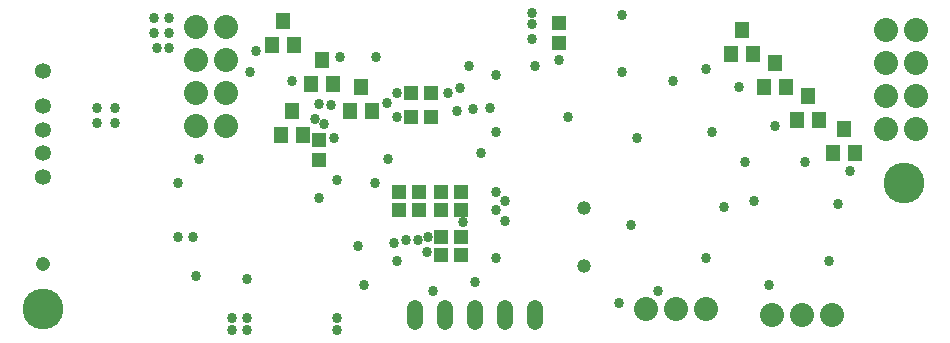
<source format=gbr>
G04 EAGLE Gerber X2 export*
%TF.Part,Single*%
%TF.FileFunction,Soldermask,Bot,1*%
%TF.FilePolarity,Negative*%
%TF.GenerationSoftware,Autodesk,EAGLE,9.1.3*%
%TF.CreationDate,2019-04-01T20:10:06Z*%
G75*
%MOMM*%
%FSLAX34Y34*%
%LPD*%
%AMOC8*
5,1,8,0,0,1.08239X$1,22.5*%
G01*
%ADD10R,1.252400X1.152400*%
%ADD11R,1.152400X1.252400*%
%ADD12C,2.032000*%
%ADD13R,1.152400X1.422400*%
%ADD14C,1.371600*%
%ADD15C,1.208000*%
%ADD16C,1.352400*%
%ADD17C,1.182400*%
%ADD18C,3.454400*%
%ADD19C,0.858000*%


D10*
X386960Y73660D03*
X369960Y73660D03*
D11*
X266700Y171060D03*
X266700Y154060D03*
D10*
X344560Y190500D03*
X361560Y190500D03*
X344560Y210820D03*
X361560Y210820D03*
D11*
X469900Y270120D03*
X469900Y253120D03*
D10*
X369960Y127000D03*
X386960Y127000D03*
X386960Y88900D03*
X369960Y88900D03*
X369960Y111760D03*
X386960Y111760D03*
X334400Y127000D03*
X351400Y127000D03*
X334400Y111760D03*
X351400Y111760D03*
D12*
X187960Y182880D03*
X162560Y182880D03*
X187960Y210820D03*
X162560Y210820D03*
X187960Y238760D03*
X162560Y238760D03*
X187960Y266700D03*
X162560Y266700D03*
X746760Y180340D03*
X772160Y180340D03*
X746760Y208280D03*
X772160Y208280D03*
X746760Y236220D03*
X772160Y236220D03*
X746760Y264160D03*
X772160Y264160D03*
D13*
X269240Y238600D03*
X259740Y218600D03*
X278740Y218600D03*
X302260Y215740D03*
X292760Y195740D03*
X311760Y195740D03*
X243840Y195420D03*
X234340Y175420D03*
X253340Y175420D03*
X236220Y271620D03*
X226720Y251620D03*
X245720Y251620D03*
X711200Y180180D03*
X701700Y160180D03*
X720700Y160180D03*
X680720Y208120D03*
X671220Y188120D03*
X690220Y188120D03*
X652780Y236060D03*
X643280Y216060D03*
X662280Y216060D03*
X624840Y264000D03*
X615340Y244000D03*
X634340Y244000D03*
D14*
X449580Y28956D02*
X449580Y16764D01*
X424180Y16764D02*
X424180Y28956D01*
X398780Y28956D02*
X398780Y16764D01*
X373380Y16764D02*
X373380Y28956D01*
X347980Y28956D02*
X347980Y16764D01*
D12*
X543560Y27940D03*
X568960Y27940D03*
X594360Y27940D03*
X650240Y22860D03*
X675640Y22860D03*
X701040Y22860D03*
D15*
X32960Y65420D03*
D16*
X32960Y139420D03*
X32960Y159420D03*
X32960Y179420D03*
X32960Y199420D03*
X32960Y229420D03*
D17*
X490982Y64500D03*
X490982Y113300D03*
D18*
X33020Y27940D03*
X762000Y134620D03*
D19*
X147320Y88900D03*
X160020Y88900D03*
X162560Y55880D03*
X205740Y53340D03*
X127000Y274320D03*
X139700Y274320D03*
X139700Y261620D03*
X127000Y261620D03*
X139700Y248920D03*
X129540Y248920D03*
X566420Y220980D03*
X594360Y231140D03*
X622300Y215900D03*
X599440Y177800D03*
X627380Y152400D03*
X652780Y182880D03*
X678180Y152400D03*
X635000Y119380D03*
X706120Y116840D03*
X698500Y68580D03*
X647700Y48260D03*
X594360Y71120D03*
X530860Y99060D03*
X520700Y33020D03*
X299720Y81280D03*
X165100Y154940D03*
X281940Y137160D03*
X266700Y121920D03*
X325120Y154940D03*
X243840Y220980D03*
X213360Y246380D03*
X208280Y228600D03*
X276860Y200660D03*
X324589Y202124D03*
X393700Y233680D03*
X535940Y172720D03*
X477520Y190500D03*
X416560Y177800D03*
X388976Y101702D03*
X359283Y88900D03*
X523240Y276860D03*
X447040Y256540D03*
X263244Y188876D03*
X332740Y68580D03*
X304800Y48260D03*
X332740Y190500D03*
X416560Y71120D03*
X424180Y101830D03*
X314170Y134620D03*
X398780Y50800D03*
X271191Y183970D03*
X279400Y172720D03*
X403860Y160020D03*
X332740Y210820D03*
X447040Y278412D03*
X609600Y114300D03*
X523240Y228600D03*
X281940Y20320D03*
X281940Y10160D03*
X205740Y20320D03*
X193040Y20320D03*
X193040Y10160D03*
X205740Y10160D03*
X78740Y198120D03*
X93980Y198120D03*
X93980Y185420D03*
X78740Y185420D03*
X147320Y134620D03*
X350520Y86360D03*
X358140Y76200D03*
X416560Y127000D03*
X330420Y83820D03*
X266700Y201450D03*
X284480Y241300D03*
X424180Y119380D03*
X363220Y43180D03*
X553720Y43180D03*
X716280Y144780D03*
X340360Y86360D03*
X416560Y111760D03*
X314960Y241300D03*
X447040Y269240D03*
X416560Y226060D03*
X383540Y195580D03*
X375920Y210340D03*
X449580Y233680D03*
X469900Y238760D03*
X386080Y214912D03*
X411480Y198120D03*
X397030Y196871D03*
M02*

</source>
